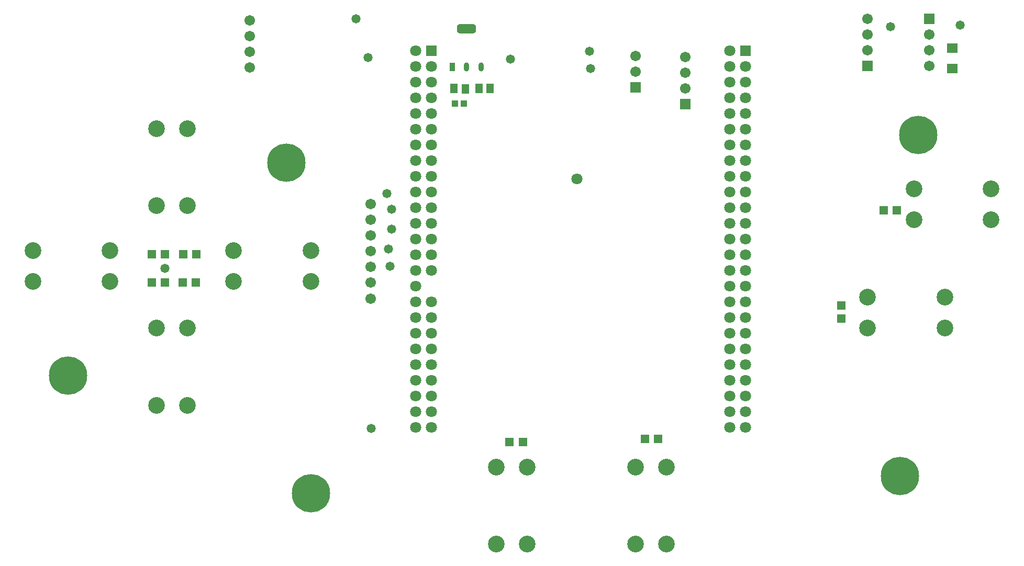
<source format=gts>
G04*
G04 #@! TF.GenerationSoftware,Altium Limited,Altium Designer,19.1.5 (86)*
G04*
G04 Layer_Color=8388736*
%FSLAX44Y44*%
%MOMM*%
G71*
G01*
G75*
G04:AMPARAMS|DCode=14|XSize=1.4542mm|YSize=3.1321mm|CornerRadius=0.4362mm|HoleSize=0mm|Usage=FLASHONLY|Rotation=90.000|XOffset=0mm|YOffset=0mm|HoleType=Round|Shape=RoundedRectangle|*
%AMROUNDEDRECTD14*
21,1,1.4542,2.2596,0,0,90.0*
21,1,0.5817,3.1321,0,0,90.0*
1,1,0.8725,1.1298,0.2908*
1,1,0.8725,1.1298,-0.2908*
1,1,0.8725,-1.1298,-0.2908*
1,1,0.8725,-1.1298,0.2908*
%
%ADD14ROUNDEDRECTD14*%
G04:AMPARAMS|DCode=15|XSize=1.4542mm|YSize=0.8734mm|CornerRadius=0.4367mm|HoleSize=0mm|Usage=FLASHONLY|Rotation=90.000|XOffset=0mm|YOffset=0mm|HoleType=Round|Shape=RoundedRectangle|*
%AMROUNDEDRECTD15*
21,1,1.4542,0.0000,0,0,90.0*
21,1,0.5808,0.8734,0,0,90.0*
1,1,0.8734,0.0000,0.2904*
1,1,0.8734,0.0000,-0.2904*
1,1,0.8734,0.0000,-0.2904*
1,1,0.8734,0.0000,0.2904*
%
%ADD15ROUNDEDRECTD15*%
%ADD16R,0.8734X1.4542*%
%ADD17R,1.2032X1.5032*%
%ADD18R,1.0032X1.1032*%
%ADD19R,1.7272X1.5032*%
%ADD20R,1.4732X1.4732*%
%ADD21R,1.4732X1.4732*%
%ADD22C,1.8032*%
%ADD23R,1.8032X1.8032*%
%ADD24C,1.7032*%
%ADD25C,2.7032*%
%ADD26C,6.2032*%
%ADD27R,1.7032X1.7032*%
%ADD28C,1.4732*%
D14*
X751840Y959120D02*
D03*
D15*
X774840Y897620D02*
D03*
X751840D02*
D03*
D16*
X728840D02*
D03*
D17*
X789940Y862330D02*
D03*
X772040Y862430D02*
D03*
X731520Y862330D02*
D03*
X749420Y862230D02*
D03*
D18*
X747014Y838200D02*
D03*
X732790D02*
D03*
D19*
X1537500Y894480D02*
D03*
Y927500D02*
D03*
D20*
X1426164Y665000D02*
D03*
X1447500D02*
D03*
X314706Y594360D02*
D03*
X293370D02*
D03*
X242824Y548640D02*
D03*
X264160D02*
D03*
X242824Y594360D02*
D03*
X264160D02*
D03*
X313690Y548640D02*
D03*
X292354D02*
D03*
X1061336Y295000D02*
D03*
X1040000D02*
D03*
X842500Y290000D02*
D03*
X821164D02*
D03*
D21*
X1357500Y490000D02*
D03*
Y511336D02*
D03*
D22*
X669290Y339090D02*
D03*
X694690D02*
D03*
X669290Y364490D02*
D03*
X694690D02*
D03*
X669290Y389890D02*
D03*
X694690D02*
D03*
X669290Y415290D02*
D03*
X694690D02*
D03*
X669290Y440690D02*
D03*
X694690D02*
D03*
X669290Y466090D02*
D03*
X694690D02*
D03*
X669290Y491490D02*
D03*
X694690D02*
D03*
X669290Y516890D02*
D03*
X694690D02*
D03*
X669290Y542290D02*
D03*
X929690Y716040D02*
D03*
X669290Y567690D02*
D03*
X694690D02*
D03*
X669290Y593090D02*
D03*
X694690D02*
D03*
X669290Y618490D02*
D03*
X694690D02*
D03*
X669290Y643890D02*
D03*
X694690D02*
D03*
X669290Y669290D02*
D03*
X694690D02*
D03*
X669290Y694690D02*
D03*
X694690D02*
D03*
X669290Y720090D02*
D03*
X694690D02*
D03*
X669290Y745490D02*
D03*
X694690D02*
D03*
X669290Y770890D02*
D03*
X694690D02*
D03*
X669290Y796290D02*
D03*
X694690D02*
D03*
X669290Y821690D02*
D03*
X694690D02*
D03*
X669290Y847090D02*
D03*
X694690D02*
D03*
X669290Y872490D02*
D03*
X694690D02*
D03*
X669290Y897890D02*
D03*
X694690D02*
D03*
X669290Y923290D02*
D03*
Y313690D02*
D03*
X694690D02*
D03*
X1202690D02*
D03*
X1177290D02*
D03*
Y923290D02*
D03*
X1202690Y897890D02*
D03*
X1177290D02*
D03*
X1202690Y872490D02*
D03*
X1177290D02*
D03*
X1202690Y847090D02*
D03*
X1177290D02*
D03*
X1202690Y821690D02*
D03*
Y796290D02*
D03*
X1177290D02*
D03*
X1202690Y770890D02*
D03*
X1177290D02*
D03*
X1202690Y745490D02*
D03*
X1177290D02*
D03*
X1202690Y720090D02*
D03*
X1177290D02*
D03*
X1202690Y694690D02*
D03*
X1177290D02*
D03*
X1202690Y669290D02*
D03*
X1177290D02*
D03*
X1202690Y643890D02*
D03*
X1177290D02*
D03*
X1202690Y618490D02*
D03*
X1177290D02*
D03*
X1202690Y593090D02*
D03*
X1177290D02*
D03*
X1202690Y567690D02*
D03*
X1177290D02*
D03*
X1202690Y542290D02*
D03*
X1177290D02*
D03*
X1202690Y516890D02*
D03*
X1177290D02*
D03*
X1202690Y491490D02*
D03*
X1177290D02*
D03*
X1202690Y466090D02*
D03*
X1177290D02*
D03*
X1202690Y440690D02*
D03*
X1177290D02*
D03*
X1202690Y415290D02*
D03*
X1177290D02*
D03*
X1202690Y389890D02*
D03*
X1177290D02*
D03*
X1202690Y364490D02*
D03*
X1177290D02*
D03*
X1202690Y339090D02*
D03*
X1177290D02*
D03*
Y821690D02*
D03*
D23*
X694690Y923290D02*
D03*
X1202690D02*
D03*
D24*
X401000Y896500D02*
D03*
Y922000D02*
D03*
Y947500D02*
D03*
Y973000D02*
D03*
X596110Y522640D02*
D03*
Y548140D02*
D03*
Y573640D02*
D03*
Y599140D02*
D03*
Y624640D02*
D03*
Y650140D02*
D03*
Y675640D02*
D03*
X1025000Y890000D02*
D03*
Y915400D02*
D03*
X1400000Y975400D02*
D03*
Y950000D02*
D03*
Y924600D02*
D03*
X1500000Y899200D02*
D03*
Y924600D02*
D03*
Y950000D02*
D03*
X1105000Y862500D02*
D03*
Y887900D02*
D03*
Y913300D02*
D03*
D25*
X1400000Y525000D02*
D03*
Y475000D02*
D03*
X1525000D02*
D03*
Y525000D02*
D03*
X300000Y797672D02*
D03*
X250000D02*
D03*
Y672672D02*
D03*
X300000D02*
D03*
X250000Y350000D02*
D03*
X300000D02*
D03*
Y475000D02*
D03*
X250000D02*
D03*
X50000Y600000D02*
D03*
Y550000D02*
D03*
X175000D02*
D03*
Y600000D02*
D03*
X375000D02*
D03*
Y550000D02*
D03*
X500000D02*
D03*
Y600000D02*
D03*
X1075000Y250000D02*
D03*
X1025000D02*
D03*
Y125000D02*
D03*
X1075000D02*
D03*
X850000Y250000D02*
D03*
X800000D02*
D03*
Y125000D02*
D03*
X850000D02*
D03*
X1475000Y700000D02*
D03*
Y650000D02*
D03*
X1600000D02*
D03*
Y700000D02*
D03*
D26*
X500000Y207500D02*
D03*
X107500Y397500D02*
D03*
X460000Y742500D02*
D03*
X1482500Y787500D02*
D03*
X1452500Y235000D02*
D03*
D27*
X1025000Y864600D02*
D03*
X1400000Y899200D02*
D03*
X1500000Y975400D02*
D03*
X1105000Y837100D02*
D03*
D28*
X572500Y975000D02*
D03*
X592500Y912500D02*
D03*
X950000Y922500D02*
D03*
X952500Y895000D02*
D03*
X822500Y910000D02*
D03*
X1437500Y962500D02*
D03*
X1550000Y965000D02*
D03*
X264160Y571500D02*
D03*
X597500Y312500D02*
D03*
X622500Y692500D02*
D03*
X630000Y667500D02*
D03*
Y635000D02*
D03*
X625000Y602500D02*
D03*
X627500Y575000D02*
D03*
M02*

</source>
